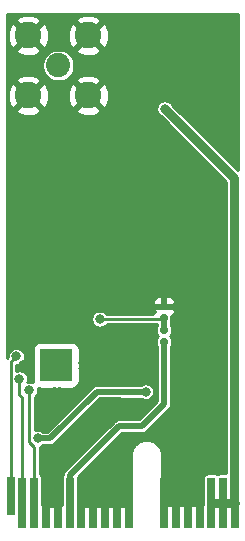
<source format=gbr>
%TF.GenerationSoftware,KiCad,Pcbnew,5.1.6*%
%TF.CreationDate,2020-08-11T21:36:28+00:00*%
%TF.ProjectId,SoundCard,536f756e-6443-4617-9264-2e6b69636164,rev?*%
%TF.SameCoordinates,Original*%
%TF.FileFunction,Copper,L2,Bot*%
%TF.FilePolarity,Positive*%
%FSLAX46Y46*%
G04 Gerber Fmt 4.6, Leading zero omitted, Abs format (unit mm)*
G04 Created by KiCad (PCBNEW 5.1.6) date 2020-08-11 21:36:28*
%MOMM*%
%LPD*%
G01*
G04 APERTURE LIST*
%TA.AperFunction,Conductor*%
%ADD10R,2.700000X2.700000*%
%TD*%
%TA.AperFunction,ViaPad*%
%ADD11C,0.500000*%
%TD*%
%TA.AperFunction,ConnectorPad*%
%ADD12R,0.700000X3.200000*%
%TD*%
%TA.AperFunction,ConnectorPad*%
%ADD13R,0.700000X4.300000*%
%TD*%
%TA.AperFunction,ComponentPad*%
%ADD14C,2.050000*%
%TD*%
%TA.AperFunction,ComponentPad*%
%ADD15C,2.250000*%
%TD*%
%TA.AperFunction,ViaPad*%
%ADD16C,0.800000*%
%TD*%
%TA.AperFunction,Conductor*%
%ADD17C,0.750000*%
%TD*%
%TA.AperFunction,Conductor*%
%ADD18C,0.500000*%
%TD*%
%TA.AperFunction,Conductor*%
%ADD19C,0.250000*%
%TD*%
%TA.AperFunction,Conductor*%
%ADD20C,0.254000*%
%TD*%
G04 APERTURE END LIST*
D10*
%TO.N,GND*%
%TO.C,U3*%
X137309460Y-138718120D03*
D11*
X136209460Y-137618120D03*
X137309460Y-137618120D03*
X138409460Y-137618120D03*
X136209460Y-138718120D03*
X137309460Y-138718120D03*
X138409460Y-138718120D03*
X136209460Y-139818120D03*
X137309460Y-139818120D03*
X138409460Y-139818120D03*
%TD*%
D12*
%TO.P,P1,A1*%
%TO.N,/SHDNZ*%
X133451600Y-149818000D03*
D13*
%TO.P,P1,A2*%
%TO.N,/SCL*%
X134451600Y-150368000D03*
%TO.P,P1,A3*%
%TO.N,/SDA*%
X135451600Y-150368000D03*
%TO.P,P1,A4*%
%TO.N,GND*%
X136451600Y-150368000D03*
%TO.P,P1,A5*%
X137451600Y-150368000D03*
%TO.P,P1,A6*%
%TO.N,/PPS*%
X138451600Y-150368000D03*
%TO.P,P1,A7*%
%TO.N,GND*%
X139451600Y-150368000D03*
%TO.P,P1,A8*%
X140451600Y-150368000D03*
%TO.P,P1,A9*%
X141451600Y-150368000D03*
%TO.P,P1,A10*%
X142451600Y-150368000D03*
%TO.P,P1,A11*%
X143451600Y-150368000D03*
%TO.P,P1,A14*%
X148451600Y-150368000D03*
%TO.P,P1,A15*%
X149451600Y-150368000D03*
%TO.P,P1,A16*%
%TO.N,+24V*%
X150451600Y-150368000D03*
%TO.P,P1,A17*%
X151451600Y-150368000D03*
%TO.P,P1,A18*%
X152451600Y-150368000D03*
%TO.P,P1,A12*%
%TO.N,GND*%
X146451600Y-150368000D03*
%TO.P,P1,A13*%
X147451600Y-150368000D03*
%TD*%
D14*
%TO.P,J1,1*%
%TO.N,Net-(C9-Pad1)*%
X137505440Y-113350040D03*
D15*
%TO.P,J1,2*%
%TO.N,GND*%
X140045440Y-115890040D03*
X140045440Y-110810040D03*
X134965440Y-110810040D03*
X134965440Y-115890040D03*
%TD*%
%TO.P,R8,2*%
%TO.N,/PPS_ATT*%
%TA.AperFunction,SMDPad,CuDef*%
G36*
G01*
X146248340Y-134426320D02*
X146593340Y-134426320D01*
G75*
G02*
X146740840Y-134573820I0J-147500D01*
G01*
X146740840Y-134868820D01*
G75*
G02*
X146593340Y-135016320I-147500J0D01*
G01*
X146248340Y-135016320D01*
G75*
G02*
X146100840Y-134868820I0J147500D01*
G01*
X146100840Y-134573820D01*
G75*
G02*
X146248340Y-134426320I147500J0D01*
G01*
G37*
%TD.AperFunction*%
%TO.P,R8,1*%
%TO.N,GND*%
%TA.AperFunction,SMDPad,CuDef*%
G36*
G01*
X146248340Y-133456320D02*
X146593340Y-133456320D01*
G75*
G02*
X146740840Y-133603820I0J-147500D01*
G01*
X146740840Y-133898820D01*
G75*
G02*
X146593340Y-134046320I-147500J0D01*
G01*
X146248340Y-134046320D01*
G75*
G02*
X146100840Y-133898820I0J147500D01*
G01*
X146100840Y-133603820D01*
G75*
G02*
X146248340Y-133456320I147500J0D01*
G01*
G37*
%TD.AperFunction*%
%TD*%
%TO.P,R9,2*%
%TO.N,/PPS*%
%TA.AperFunction,SMDPad,CuDef*%
G36*
G01*
X146268660Y-136438000D02*
X146613660Y-136438000D01*
G75*
G02*
X146761160Y-136585500I0J-147500D01*
G01*
X146761160Y-136880500D01*
G75*
G02*
X146613660Y-137028000I-147500J0D01*
G01*
X146268660Y-137028000D01*
G75*
G02*
X146121160Y-136880500I0J147500D01*
G01*
X146121160Y-136585500D01*
G75*
G02*
X146268660Y-136438000I147500J0D01*
G01*
G37*
%TD.AperFunction*%
%TO.P,R9,1*%
%TO.N,/PPS_ATT*%
%TA.AperFunction,SMDPad,CuDef*%
G36*
G01*
X146268660Y-135468000D02*
X146613660Y-135468000D01*
G75*
G02*
X146761160Y-135615500I0J-147500D01*
G01*
X146761160Y-135910500D01*
G75*
G02*
X146613660Y-136058000I-147500J0D01*
G01*
X146268660Y-136058000D01*
G75*
G02*
X146121160Y-135910500I0J147500D01*
G01*
X146121160Y-135615500D01*
G75*
G02*
X146268660Y-135468000I147500J0D01*
G01*
G37*
%TD.AperFunction*%
%TD*%
D11*
%TO.N,GND*%
X150891240Y-136133840D03*
D16*
%TO.N,+24V*%
X146522440Y-117017800D03*
%TO.N,VDD*%
X144902200Y-140975360D03*
X135788400Y-144922240D03*
%TO.N,/PPS_ATT*%
X141010640Y-134823200D03*
%TO.N,/SDA*%
X135051800Y-140853160D03*
%TO.N,/SCL*%
X134203440Y-139877800D03*
%TO.N,/SHDNZ*%
X133944360Y-137967720D03*
D11*
%TO.N,GND*%
X148031200Y-147335240D03*
X148021040Y-144937480D03*
X143007080Y-144653000D03*
X145120360Y-142214600D03*
X141925040Y-143311880D03*
X140858240Y-142082520D03*
X139313920Y-144886680D03*
X141925040Y-147060920D03*
X136428480Y-146380200D03*
X136428480Y-145633440D03*
D16*
X134518400Y-138709400D03*
X135224520Y-136662160D03*
X139522200Y-140771880D03*
X139552680Y-136621520D03*
D11*
X141152880Y-135849360D03*
X144312640Y-135422640D03*
X145608040Y-135422640D03*
X145597880Y-134223760D03*
X145638520Y-139740640D03*
X141818360Y-134340600D03*
X144983200Y-135412480D03*
X144942560Y-134213600D03*
X144302480Y-134213600D03*
X143687800Y-135427720D03*
X143672560Y-134208520D03*
X141823440Y-135432800D03*
X147314920Y-134604760D03*
X147314920Y-135366760D03*
X147314920Y-136215120D03*
X145602960Y-136204960D03*
X145592800Y-136931400D03*
X145618200Y-137637520D03*
X145613120Y-138374120D03*
X145633440Y-139039600D03*
X147325080Y-133731000D03*
X146441160Y-132821680D03*
X144139920Y-144642840D03*
X142321280Y-145308320D03*
X144256760Y-143017240D03*
X143139160Y-143062960D03*
X140563600Y-144749520D03*
X141051280Y-146624040D03*
X139039600Y-146283680D03*
X139816840Y-147726400D03*
X138160760Y-147299680D03*
X137627360Y-146573240D03*
X136428480Y-147142200D03*
X136799320Y-147706080D03*
X136585960Y-142585440D03*
X136652000Y-134940040D03*
X134040880Y-134960360D03*
X134025640Y-131754880D03*
X134061200Y-129092960D03*
X134045960Y-126608840D03*
X134061200Y-124200920D03*
X134045960Y-122082560D03*
X134061200Y-120106440D03*
X134061200Y-117947440D03*
X135859520Y-125379480D03*
X135834120Y-122925840D03*
X135778240Y-120944640D03*
X135727440Y-118938040D03*
X139385040Y-119430800D03*
X141376400Y-117983000D03*
X141406880Y-120761760D03*
X143337280Y-119425720D03*
X143388080Y-116794280D03*
X143362680Y-114731800D03*
X144851120Y-115564920D03*
X144952720Y-117911880D03*
X148976080Y-111490760D03*
X147721320Y-109529880D03*
X152156160Y-109494320D03*
X149951440Y-109540040D03*
X142539720Y-109519720D03*
X142529560Y-111612680D03*
X149037040Y-115270280D03*
X148930360Y-120782080D03*
X146954240Y-119385080D03*
X151048720Y-119237760D03*
X151104600Y-116575840D03*
X148899880Y-123642120D03*
X146908520Y-122031760D03*
X141142720Y-123169680D03*
X143301720Y-123139200D03*
X144592040Y-124327920D03*
X145775680Y-125562360D03*
X145882360Y-127492760D03*
X145872200Y-129346960D03*
X143764000Y-128036320D03*
X143784320Y-126380240D03*
X142356840Y-125079760D03*
X140533120Y-124952760D03*
X141676120Y-126979680D03*
X140512800Y-126969520D03*
X140512800Y-129387600D03*
X141752320Y-128437640D03*
X141782800Y-130291840D03*
X142758160Y-132511800D03*
X141813280Y-131582160D03*
X138678920Y-129463800D03*
X138663680Y-127838200D03*
X140522960Y-128066800D03*
X137546080Y-127980440D03*
X136550400Y-129219960D03*
X137038080Y-130545840D03*
X137815320Y-131622800D03*
X138242040Y-130520440D03*
X148920200Y-126486920D03*
X148920200Y-129143760D03*
X149433280Y-131521200D03*
X149499320Y-133410960D03*
X149473920Y-135453120D03*
X149407880Y-138729720D03*
X148727160Y-139948920D03*
X148711920Y-143591280D03*
X149407880Y-147335240D03*
X146674840Y-147365720D03*
X147340320Y-146070320D03*
X148757640Y-146055080D03*
X146298920Y-145069560D03*
X150901400Y-125023880D03*
X150881080Y-127741680D03*
X150916640Y-130352800D03*
X150916640Y-134172960D03*
X151155400Y-143885920D03*
X151368760Y-147507960D03*
X151043640Y-145481040D03*
X149179280Y-144592040D03*
X145059400Y-120731280D03*
X149057360Y-117952520D03*
X152318720Y-120416320D03*
X138475720Y-121975880D03*
X137703560Y-129184400D03*
%TD*%
D17*
%TO.N,+24V*%
X150451600Y-150368000D02*
X151451600Y-150368000D01*
X151451600Y-150368000D02*
X152451600Y-150368000D01*
X152400000Y-122956320D02*
X152400000Y-150322280D01*
D18*
X152400000Y-122895360D02*
X152400000Y-122956320D01*
D17*
X146522440Y-117017800D02*
X152400000Y-122895360D01*
D18*
%TO.N,GND*%
X147451600Y-150368000D02*
X148451600Y-150368000D01*
%TO.N,VDD*%
X140741400Y-140980160D02*
X136794520Y-144927040D01*
X144902200Y-140975360D02*
X140741400Y-140954760D01*
X136789720Y-144922240D02*
X136794520Y-144927040D01*
X135788400Y-144922240D02*
X136789720Y-144922240D01*
%TO.N,/PPS_ATT*%
X146441160Y-134741640D02*
X146420840Y-134721320D01*
X146441160Y-135763000D02*
X146441160Y-134741640D01*
D19*
X146360160Y-134660640D02*
X146420840Y-134721320D01*
X141056360Y-134813040D02*
X146344920Y-134813040D01*
D18*
%TO.N,/PPS*%
X138451600Y-148057998D02*
X142618598Y-143891000D01*
X138451600Y-150368000D02*
X138451600Y-148057998D01*
X142618598Y-143891000D02*
X144576800Y-143891000D01*
X146441160Y-142026640D02*
X146441160Y-136733000D01*
X144576800Y-143891000D02*
X146441160Y-142026640D01*
D19*
%TO.N,/SDA*%
X135451600Y-145658442D02*
X135451600Y-150368000D01*
X135051800Y-145258642D02*
X135451600Y-145658442D01*
X135051800Y-140853160D02*
X135051800Y-145258642D01*
%TO.N,/SCL*%
X134228840Y-150145240D02*
X134451600Y-150368000D01*
X134203440Y-139877800D02*
X134203440Y-141208760D01*
X134451600Y-141456920D02*
X134451600Y-150368000D01*
X134203440Y-141208760D02*
X134451600Y-141456920D01*
%TO.N,/SHDNZ*%
X133451600Y-138460480D02*
X133944360Y-137967720D01*
X133451600Y-149818000D02*
X133451600Y-138460480D01*
D17*
%TO.N,GND*%
X142451600Y-150368000D02*
X143376590Y-150368000D01*
X142451600Y-150368000D02*
X141451600Y-150368000D01*
X141451600Y-150368000D02*
X140451600Y-150368000D01*
X140451600Y-150368000D02*
X139451600Y-150368000D01*
X137451600Y-150368000D02*
X136451600Y-150368000D01*
%TD*%
D20*
%TO.N,GND*%
G36*
X152724041Y-122226624D02*
G01*
X147158334Y-116660917D01*
X147087138Y-116554364D01*
X146985876Y-116453102D01*
X146866804Y-116373541D01*
X146734498Y-116318738D01*
X146594043Y-116290800D01*
X146450837Y-116290800D01*
X146310382Y-116318738D01*
X146178076Y-116373541D01*
X146059004Y-116453102D01*
X145957742Y-116554364D01*
X145878181Y-116673436D01*
X145823378Y-116805742D01*
X145795440Y-116946197D01*
X145795440Y-117089403D01*
X145823378Y-117229858D01*
X145878181Y-117362164D01*
X145957742Y-117481236D01*
X146059004Y-117582498D01*
X146165557Y-117653694D01*
X151698000Y-123186137D01*
X151698001Y-147889418D01*
X151101600Y-147889418D01*
X151037497Y-147895732D01*
X150975857Y-147914430D01*
X150951600Y-147927396D01*
X150927343Y-147914430D01*
X150865703Y-147895732D01*
X150801600Y-147889418D01*
X150101600Y-147889418D01*
X150037497Y-147895732D01*
X149975857Y-147914430D01*
X149919050Y-147944794D01*
X149869257Y-147985657D01*
X149828394Y-148035450D01*
X149798030Y-148092257D01*
X149779332Y-148153897D01*
X149773018Y-148218000D01*
X149773018Y-150186672D01*
X149759758Y-150230384D01*
X149746204Y-150368000D01*
X149759758Y-150505616D01*
X149773018Y-150549328D01*
X149773018Y-150586440D01*
X146278600Y-150586440D01*
X146278600Y-146349481D01*
X146276707Y-146330263D01*
X146276707Y-146317947D01*
X146276157Y-146312712D01*
X146255491Y-146128461D01*
X146248384Y-146095028D01*
X146241750Y-146061521D01*
X146240193Y-146056492D01*
X146184132Y-145879763D01*
X146170678Y-145848372D01*
X146157650Y-145816765D01*
X146155147Y-145812134D01*
X146065825Y-145649660D01*
X146046530Y-145621480D01*
X146027611Y-145593005D01*
X146024256Y-145588949D01*
X145905078Y-145446919D01*
X145880651Y-145422999D01*
X145856589Y-145398768D01*
X145852509Y-145395440D01*
X145708015Y-145279264D01*
X145679444Y-145260568D01*
X145651096Y-145241447D01*
X145646448Y-145238976D01*
X145482139Y-145153077D01*
X145450472Y-145140282D01*
X145418957Y-145127035D01*
X145413918Y-145125513D01*
X145236054Y-145073166D01*
X145202506Y-145066766D01*
X145169020Y-145059893D01*
X145163781Y-145059379D01*
X144979137Y-145042575D01*
X144944968Y-145042813D01*
X144910799Y-145042575D01*
X144905560Y-145043088D01*
X144721168Y-145062469D01*
X144687694Y-145069340D01*
X144654135Y-145075742D01*
X144649102Y-145077262D01*
X144649093Y-145077264D01*
X144649085Y-145077268D01*
X144471979Y-145132090D01*
X144440513Y-145145317D01*
X144408798Y-145158131D01*
X144404150Y-145160602D01*
X144241057Y-145248786D01*
X144212746Y-145267882D01*
X144184137Y-145286604D01*
X144180057Y-145289931D01*
X144037198Y-145408115D01*
X144013115Y-145432368D01*
X143988710Y-145456267D01*
X143985354Y-145460322D01*
X143868171Y-145604002D01*
X143849242Y-145632492D01*
X143829958Y-145660656D01*
X143827454Y-145665286D01*
X143740410Y-145828991D01*
X143727378Y-145860610D01*
X143713928Y-145891991D01*
X143712371Y-145897019D01*
X143658783Y-146074513D01*
X143652144Y-146108042D01*
X143645043Y-146141452D01*
X143644492Y-146146687D01*
X143626399Y-146331211D01*
X143626399Y-146331216D01*
X143624600Y-146349482D01*
X143624601Y-150586440D01*
X139130182Y-150586440D01*
X139130182Y-148218000D01*
X139128157Y-148197442D01*
X142857600Y-144468000D01*
X144548469Y-144468000D01*
X144576800Y-144470790D01*
X144605131Y-144468000D01*
X144605136Y-144468000D01*
X144634845Y-144465074D01*
X144689911Y-144459651D01*
X144734570Y-144446103D01*
X144798676Y-144426657D01*
X144898915Y-144373079D01*
X144986774Y-144300974D01*
X145004839Y-144278962D01*
X146829128Y-142454674D01*
X146851134Y-142436614D01*
X146923239Y-142348755D01*
X146976817Y-142248516D01*
X147009810Y-142139752D01*
X147018160Y-142054976D01*
X147018160Y-142054970D01*
X147020950Y-142026641D01*
X147018160Y-141998312D01*
X147018160Y-137128810D01*
X147053502Y-137062689D01*
X147080594Y-136973379D01*
X147089742Y-136880500D01*
X147089742Y-136585500D01*
X147080594Y-136492621D01*
X147053502Y-136403311D01*
X147009508Y-136321003D01*
X146950301Y-136248859D01*
X146949254Y-136248000D01*
X146950301Y-136247141D01*
X147009508Y-136174997D01*
X147053502Y-136092689D01*
X147080594Y-136003379D01*
X147089742Y-135910500D01*
X147089742Y-135615500D01*
X147080594Y-135522621D01*
X147053502Y-135433311D01*
X147018160Y-135367190D01*
X147018160Y-135079114D01*
X147033182Y-135051009D01*
X147060274Y-134961699D01*
X147069422Y-134868820D01*
X147069422Y-134590707D01*
X147095334Y-134576857D01*
X147192025Y-134497505D01*
X147271377Y-134400814D01*
X147330342Y-134290500D01*
X147366652Y-134170802D01*
X147378912Y-134046320D01*
X147375840Y-134037070D01*
X147217090Y-133878320D01*
X146547840Y-133878320D01*
X146547840Y-133898320D01*
X146293840Y-133898320D01*
X146293840Y-133878320D01*
X145624590Y-133878320D01*
X145465840Y-134037070D01*
X145462768Y-134046320D01*
X145475028Y-134170802D01*
X145511338Y-134290500D01*
X145549043Y-134361040D01*
X141576191Y-134361040D01*
X141575338Y-134359764D01*
X141474076Y-134258502D01*
X141355004Y-134178941D01*
X141222698Y-134124138D01*
X141082243Y-134096200D01*
X140939037Y-134096200D01*
X140798582Y-134124138D01*
X140666276Y-134178941D01*
X140547204Y-134258502D01*
X140445942Y-134359764D01*
X140366381Y-134478836D01*
X140311578Y-134611142D01*
X140283640Y-134751597D01*
X140283640Y-134894803D01*
X140311578Y-135035258D01*
X140366381Y-135167564D01*
X140445942Y-135286636D01*
X140547204Y-135387898D01*
X140666276Y-135467459D01*
X140798582Y-135522262D01*
X140939037Y-135550200D01*
X141082243Y-135550200D01*
X141222698Y-135522262D01*
X141355004Y-135467459D01*
X141474076Y-135387898D01*
X141575338Y-135286636D01*
X141589768Y-135265040D01*
X145864160Y-135265040D01*
X145864160Y-135367189D01*
X145828818Y-135433311D01*
X145801726Y-135522621D01*
X145792578Y-135615500D01*
X145792578Y-135910500D01*
X145801726Y-136003379D01*
X145828818Y-136092689D01*
X145872812Y-136174997D01*
X145932019Y-136247141D01*
X145933066Y-136248000D01*
X145932019Y-136248859D01*
X145872812Y-136321003D01*
X145828818Y-136403311D01*
X145801726Y-136492621D01*
X145792578Y-136585500D01*
X145792578Y-136880500D01*
X145801726Y-136973379D01*
X145828818Y-137062689D01*
X145864161Y-137128812D01*
X145864160Y-141787638D01*
X144337799Y-143314000D01*
X142646926Y-143314000D01*
X142618597Y-143311210D01*
X142590268Y-143314000D01*
X142590262Y-143314000D01*
X142505486Y-143322350D01*
X142396722Y-143355343D01*
X142296483Y-143408921D01*
X142250578Y-143446595D01*
X142230633Y-143462963D01*
X142230631Y-143462965D01*
X142208624Y-143481026D01*
X142190563Y-143503033D01*
X138063634Y-147629963D01*
X138041627Y-147648024D01*
X138023566Y-147670031D01*
X138023563Y-147670034D01*
X138000440Y-147698210D01*
X137969522Y-147735883D01*
X137915944Y-147836122D01*
X137882949Y-147944887D01*
X137879785Y-147977017D01*
X137869257Y-147985657D01*
X137828394Y-148035450D01*
X137798030Y-148092257D01*
X137779332Y-148153897D01*
X137773018Y-148218000D01*
X137773018Y-150586440D01*
X136130182Y-150586440D01*
X136130182Y-148218000D01*
X136123868Y-148153897D01*
X136105170Y-148092257D01*
X136074806Y-148035450D01*
X136033943Y-147985657D01*
X135984150Y-147944794D01*
X135927343Y-147914430D01*
X135903600Y-147907228D01*
X135903600Y-145680647D01*
X135905787Y-145658442D01*
X135904018Y-145640485D01*
X136000458Y-145621302D01*
X136132764Y-145566499D01*
X136233425Y-145499240D01*
X136717447Y-145499240D01*
X136784379Y-145505831D01*
X136794519Y-145506830D01*
X136794520Y-145506830D01*
X136907631Y-145495691D01*
X137016396Y-145462696D01*
X137116634Y-145409118D01*
X137182484Y-145355077D01*
X137182493Y-145355068D01*
X137204493Y-145337013D01*
X137222548Y-145315013D01*
X141004493Y-141533069D01*
X144453863Y-141550147D01*
X144557836Y-141619619D01*
X144690142Y-141674422D01*
X144830597Y-141702360D01*
X144973803Y-141702360D01*
X145114258Y-141674422D01*
X145246564Y-141619619D01*
X145365636Y-141540058D01*
X145466898Y-141438796D01*
X145546459Y-141319724D01*
X145601262Y-141187418D01*
X145629200Y-141046963D01*
X145629200Y-140903757D01*
X145601262Y-140763302D01*
X145546459Y-140630996D01*
X145466898Y-140511924D01*
X145365636Y-140410662D01*
X145246564Y-140331101D01*
X145114258Y-140276298D01*
X144973803Y-140248360D01*
X144830597Y-140248360D01*
X144690142Y-140276298D01*
X144557836Y-140331101D01*
X144460458Y-140396166D01*
X140715922Y-140377627D01*
X140631105Y-140385557D01*
X140522179Y-140418012D01*
X140421676Y-140471093D01*
X140333461Y-140542762D01*
X140260922Y-140630263D01*
X140243989Y-140661569D01*
X136560319Y-144345240D01*
X136233425Y-144345240D01*
X136132764Y-144277981D01*
X136000458Y-144223178D01*
X135860003Y-144195240D01*
X135716797Y-144195240D01*
X135576342Y-144223178D01*
X135503800Y-144253226D01*
X135503800Y-141425499D01*
X135515236Y-141417858D01*
X135616498Y-141316596D01*
X135696059Y-141197524D01*
X135750862Y-141065218D01*
X135778800Y-140924763D01*
X135778800Y-140781557D01*
X135756644Y-140670170D01*
X135834978Y-140693932D01*
X135959460Y-140706192D01*
X137023710Y-140703120D01*
X137056566Y-140670264D01*
X137182458Y-140695134D01*
X137182458Y-140703120D01*
X137222886Y-140703120D01*
X137223458Y-140703233D01*
X137309481Y-140703120D01*
X137436462Y-140703120D01*
X137436462Y-140695258D01*
X137562171Y-140670081D01*
X137595210Y-140703120D01*
X138659460Y-140706192D01*
X138783942Y-140693932D01*
X138903640Y-140657622D01*
X139013954Y-140598657D01*
X139110645Y-140519305D01*
X139189997Y-140422614D01*
X139248962Y-140312300D01*
X139285272Y-140192602D01*
X139297532Y-140068120D01*
X139294460Y-139003870D01*
X139261604Y-138971014D01*
X139286474Y-138845122D01*
X139294460Y-138845122D01*
X139294460Y-138804694D01*
X139294573Y-138804122D01*
X139294460Y-138718099D01*
X139294460Y-138591118D01*
X139286598Y-138591118D01*
X139261421Y-138465409D01*
X139294460Y-138432370D01*
X139297532Y-137368120D01*
X139285272Y-137243638D01*
X139248962Y-137123940D01*
X139189997Y-137013626D01*
X139110645Y-136916935D01*
X139013954Y-136837583D01*
X138903640Y-136778618D01*
X138783942Y-136742308D01*
X138659460Y-136730048D01*
X137595210Y-136733120D01*
X137562354Y-136765976D01*
X137436462Y-136741106D01*
X137436462Y-136733120D01*
X137396034Y-136733120D01*
X137395462Y-136733007D01*
X137309439Y-136733120D01*
X137182458Y-136733120D01*
X137182458Y-136740982D01*
X137056749Y-136766159D01*
X137023710Y-136733120D01*
X135959460Y-136730048D01*
X135834978Y-136742308D01*
X135715280Y-136778618D01*
X135604966Y-136837583D01*
X135508275Y-136916935D01*
X135428923Y-137013626D01*
X135369958Y-137123940D01*
X135333648Y-137243638D01*
X135321388Y-137368120D01*
X135324460Y-138432370D01*
X135357316Y-138465226D01*
X135332446Y-138591118D01*
X135324460Y-138591118D01*
X135324460Y-138631546D01*
X135324347Y-138632118D01*
X135324460Y-138718120D01*
X135324460Y-138845122D01*
X135332322Y-138845122D01*
X135357499Y-138970831D01*
X135324460Y-139003870D01*
X135321388Y-140068120D01*
X135332663Y-140182598D01*
X135263858Y-140154098D01*
X135123403Y-140126160D01*
X134980197Y-140126160D01*
X134879139Y-140146262D01*
X134902502Y-140089858D01*
X134930440Y-139949403D01*
X134930440Y-139806197D01*
X134902502Y-139665742D01*
X134847699Y-139533436D01*
X134768138Y-139414364D01*
X134666876Y-139313102D01*
X134547804Y-139233541D01*
X134415498Y-139178738D01*
X134275043Y-139150800D01*
X134131837Y-139150800D01*
X133991382Y-139178738D01*
X133903600Y-139215099D01*
X133903600Y-138694720D01*
X134015963Y-138694720D01*
X134156418Y-138666782D01*
X134288724Y-138611979D01*
X134407796Y-138532418D01*
X134509058Y-138431156D01*
X134588619Y-138312084D01*
X134643422Y-138179778D01*
X134671360Y-138039323D01*
X134671360Y-137896117D01*
X134643422Y-137755662D01*
X134588619Y-137623356D01*
X134509058Y-137504284D01*
X134407796Y-137403022D01*
X134288724Y-137323461D01*
X134156418Y-137268658D01*
X134015963Y-137240720D01*
X133872757Y-137240720D01*
X133732302Y-137268658D01*
X133599996Y-137323461D01*
X133480924Y-137403022D01*
X133379662Y-137504284D01*
X133300101Y-137623356D01*
X133245298Y-137755662D01*
X133217360Y-137896117D01*
X133217360Y-138039323D01*
X133220043Y-138052813D01*
X133178296Y-138094561D01*
X133178256Y-133456320D01*
X145462768Y-133456320D01*
X145465840Y-133465570D01*
X145624590Y-133624320D01*
X146293840Y-133624320D01*
X146293840Y-132980070D01*
X146547840Y-132980070D01*
X146547840Y-133624320D01*
X147217090Y-133624320D01*
X147375840Y-133465570D01*
X147378912Y-133456320D01*
X147366652Y-133331838D01*
X147330342Y-133212140D01*
X147271377Y-133101826D01*
X147192025Y-133005135D01*
X147095334Y-132925783D01*
X146985020Y-132866818D01*
X146865322Y-132830508D01*
X146740840Y-132818248D01*
X146706590Y-132821320D01*
X146547840Y-132980070D01*
X146293840Y-132980070D01*
X146135090Y-132821320D01*
X146100840Y-132818248D01*
X145976358Y-132830508D01*
X145856660Y-132866818D01*
X145746346Y-132925783D01*
X145649655Y-133005135D01*
X145570303Y-133101826D01*
X145511338Y-133212140D01*
X145475028Y-133331838D01*
X145462768Y-133456320D01*
X133178256Y-133456320D01*
X133178114Y-117114571D01*
X133920514Y-117114571D01*
X134031361Y-117391754D01*
X134342280Y-117545129D01*
X134677145Y-117634900D01*
X135023090Y-117657616D01*
X135366820Y-117612406D01*
X135695125Y-117501006D01*
X135899519Y-117391754D01*
X136010366Y-117114571D01*
X139000514Y-117114571D01*
X139111361Y-117391754D01*
X139422280Y-117545129D01*
X139757145Y-117634900D01*
X140103090Y-117657616D01*
X140446820Y-117612406D01*
X140775125Y-117501006D01*
X140979519Y-117391754D01*
X141090366Y-117114571D01*
X140045440Y-116069645D01*
X139000514Y-117114571D01*
X136010366Y-117114571D01*
X134965440Y-116069645D01*
X133920514Y-117114571D01*
X133178114Y-117114571D01*
X133178103Y-115947690D01*
X133197864Y-115947690D01*
X133243074Y-116291420D01*
X133354474Y-116619725D01*
X133463726Y-116824119D01*
X133740909Y-116934966D01*
X134785835Y-115890040D01*
X135145045Y-115890040D01*
X136189971Y-116934966D01*
X136467154Y-116824119D01*
X136620529Y-116513200D01*
X136710300Y-116178335D01*
X136725444Y-115947690D01*
X138277864Y-115947690D01*
X138323074Y-116291420D01*
X138434474Y-116619725D01*
X138543726Y-116824119D01*
X138820909Y-116934966D01*
X139865835Y-115890040D01*
X140225045Y-115890040D01*
X141269971Y-116934966D01*
X141547154Y-116824119D01*
X141700529Y-116513200D01*
X141790300Y-116178335D01*
X141813016Y-115832390D01*
X141767806Y-115488660D01*
X141656406Y-115160355D01*
X141547154Y-114955961D01*
X141269971Y-114845114D01*
X140225045Y-115890040D01*
X139865835Y-115890040D01*
X138820909Y-114845114D01*
X138543726Y-114955961D01*
X138390351Y-115266880D01*
X138300580Y-115601745D01*
X138277864Y-115947690D01*
X136725444Y-115947690D01*
X136733016Y-115832390D01*
X136687806Y-115488660D01*
X136576406Y-115160355D01*
X136467154Y-114955961D01*
X136189971Y-114845114D01*
X135145045Y-115890040D01*
X134785835Y-115890040D01*
X133740909Y-114845114D01*
X133463726Y-114955961D01*
X133310351Y-115266880D01*
X133220580Y-115601745D01*
X133197864Y-115947690D01*
X133178103Y-115947690D01*
X133178092Y-114665509D01*
X133920514Y-114665509D01*
X134965440Y-115710435D01*
X136010366Y-114665509D01*
X135899519Y-114388326D01*
X135588600Y-114234951D01*
X135253735Y-114145180D01*
X134907790Y-114122464D01*
X134564060Y-114167674D01*
X134235755Y-114279074D01*
X134031361Y-114388326D01*
X133920514Y-114665509D01*
X133178092Y-114665509D01*
X133178080Y-113216880D01*
X136153440Y-113216880D01*
X136153440Y-113483200D01*
X136205396Y-113744404D01*
X136307313Y-113990452D01*
X136455273Y-114211890D01*
X136643590Y-114400207D01*
X136865028Y-114548167D01*
X137111076Y-114650084D01*
X137372280Y-114702040D01*
X137638600Y-114702040D01*
X137822256Y-114665509D01*
X139000514Y-114665509D01*
X140045440Y-115710435D01*
X141090366Y-114665509D01*
X140979519Y-114388326D01*
X140668600Y-114234951D01*
X140333735Y-114145180D01*
X139987790Y-114122464D01*
X139644060Y-114167674D01*
X139315755Y-114279074D01*
X139111361Y-114388326D01*
X139000514Y-114665509D01*
X137822256Y-114665509D01*
X137899804Y-114650084D01*
X138145852Y-114548167D01*
X138367290Y-114400207D01*
X138555607Y-114211890D01*
X138703567Y-113990452D01*
X138805484Y-113744404D01*
X138857440Y-113483200D01*
X138857440Y-113216880D01*
X138805484Y-112955676D01*
X138703567Y-112709628D01*
X138555607Y-112488190D01*
X138367290Y-112299873D01*
X138145852Y-112151913D01*
X137899804Y-112049996D01*
X137822257Y-112034571D01*
X139000514Y-112034571D01*
X139111361Y-112311754D01*
X139422280Y-112465129D01*
X139757145Y-112554900D01*
X140103090Y-112577616D01*
X140446820Y-112532406D01*
X140775125Y-112421006D01*
X140979519Y-112311754D01*
X141090366Y-112034571D01*
X140045440Y-110989645D01*
X139000514Y-112034571D01*
X137822257Y-112034571D01*
X137638600Y-111998040D01*
X137372280Y-111998040D01*
X137111076Y-112049996D01*
X136865028Y-112151913D01*
X136643590Y-112299873D01*
X136455273Y-112488190D01*
X136307313Y-112709628D01*
X136205396Y-112955676D01*
X136153440Y-113216880D01*
X133178080Y-113216880D01*
X133178070Y-112034571D01*
X133920514Y-112034571D01*
X134031361Y-112311754D01*
X134342280Y-112465129D01*
X134677145Y-112554900D01*
X135023090Y-112577616D01*
X135366820Y-112532406D01*
X135695125Y-112421006D01*
X135899519Y-112311754D01*
X136010366Y-112034571D01*
X134965440Y-110989645D01*
X133920514Y-112034571D01*
X133178070Y-112034571D01*
X133178059Y-110867690D01*
X133197864Y-110867690D01*
X133243074Y-111211420D01*
X133354474Y-111539725D01*
X133463726Y-111744119D01*
X133740909Y-111854966D01*
X134785835Y-110810040D01*
X135145045Y-110810040D01*
X136189971Y-111854966D01*
X136467154Y-111744119D01*
X136620529Y-111433200D01*
X136710300Y-111098335D01*
X136725444Y-110867690D01*
X138277864Y-110867690D01*
X138323074Y-111211420D01*
X138434474Y-111539725D01*
X138543726Y-111744119D01*
X138820909Y-111854966D01*
X139865835Y-110810040D01*
X140225045Y-110810040D01*
X141269971Y-111854966D01*
X141547154Y-111744119D01*
X141700529Y-111433200D01*
X141790300Y-111098335D01*
X141813016Y-110752390D01*
X141767806Y-110408660D01*
X141656406Y-110080355D01*
X141547154Y-109875961D01*
X141269971Y-109765114D01*
X140225045Y-110810040D01*
X139865835Y-110810040D01*
X138820909Y-109765114D01*
X138543726Y-109875961D01*
X138390351Y-110186880D01*
X138300580Y-110521745D01*
X138277864Y-110867690D01*
X136725444Y-110867690D01*
X136733016Y-110752390D01*
X136687806Y-110408660D01*
X136576406Y-110080355D01*
X136467154Y-109875961D01*
X136189971Y-109765114D01*
X135145045Y-110810040D01*
X134785835Y-110810040D01*
X133740909Y-109765114D01*
X133463726Y-109875961D01*
X133310351Y-110186880D01*
X133220580Y-110521745D01*
X133197864Y-110867690D01*
X133178059Y-110867690D01*
X133178048Y-109585509D01*
X133920514Y-109585509D01*
X134965440Y-110630435D01*
X136010366Y-109585509D01*
X139000514Y-109585509D01*
X140045440Y-110630435D01*
X141090366Y-109585509D01*
X140979519Y-109308326D01*
X140668600Y-109154951D01*
X140333735Y-109065180D01*
X139987790Y-109042464D01*
X139644060Y-109087674D01*
X139315755Y-109199074D01*
X139111361Y-109308326D01*
X139000514Y-109585509D01*
X136010366Y-109585509D01*
X135899519Y-109308326D01*
X135588600Y-109154951D01*
X135253735Y-109065180D01*
X134907790Y-109042464D01*
X134564060Y-109087674D01*
X134235755Y-109199074D01*
X134031361Y-109308326D01*
X133920514Y-109585509D01*
X133178048Y-109585509D01*
X133178042Y-108982320D01*
X152724041Y-108982320D01*
X152724041Y-122226624D01*
G37*
X152724041Y-122226624D02*
X147158334Y-116660917D01*
X147087138Y-116554364D01*
X146985876Y-116453102D01*
X146866804Y-116373541D01*
X146734498Y-116318738D01*
X146594043Y-116290800D01*
X146450837Y-116290800D01*
X146310382Y-116318738D01*
X146178076Y-116373541D01*
X146059004Y-116453102D01*
X145957742Y-116554364D01*
X145878181Y-116673436D01*
X145823378Y-116805742D01*
X145795440Y-116946197D01*
X145795440Y-117089403D01*
X145823378Y-117229858D01*
X145878181Y-117362164D01*
X145957742Y-117481236D01*
X146059004Y-117582498D01*
X146165557Y-117653694D01*
X151698000Y-123186137D01*
X151698001Y-147889418D01*
X151101600Y-147889418D01*
X151037497Y-147895732D01*
X150975857Y-147914430D01*
X150951600Y-147927396D01*
X150927343Y-147914430D01*
X150865703Y-147895732D01*
X150801600Y-147889418D01*
X150101600Y-147889418D01*
X150037497Y-147895732D01*
X149975857Y-147914430D01*
X149919050Y-147944794D01*
X149869257Y-147985657D01*
X149828394Y-148035450D01*
X149798030Y-148092257D01*
X149779332Y-148153897D01*
X149773018Y-148218000D01*
X149773018Y-150186672D01*
X149759758Y-150230384D01*
X149746204Y-150368000D01*
X149759758Y-150505616D01*
X149773018Y-150549328D01*
X149773018Y-150586440D01*
X146278600Y-150586440D01*
X146278600Y-146349481D01*
X146276707Y-146330263D01*
X146276707Y-146317947D01*
X146276157Y-146312712D01*
X146255491Y-146128461D01*
X146248384Y-146095028D01*
X146241750Y-146061521D01*
X146240193Y-146056492D01*
X146184132Y-145879763D01*
X146170678Y-145848372D01*
X146157650Y-145816765D01*
X146155147Y-145812134D01*
X146065825Y-145649660D01*
X146046530Y-145621480D01*
X146027611Y-145593005D01*
X146024256Y-145588949D01*
X145905078Y-145446919D01*
X145880651Y-145422999D01*
X145856589Y-145398768D01*
X145852509Y-145395440D01*
X145708015Y-145279264D01*
X145679444Y-145260568D01*
X145651096Y-145241447D01*
X145646448Y-145238976D01*
X145482139Y-145153077D01*
X145450472Y-145140282D01*
X145418957Y-145127035D01*
X145413918Y-145125513D01*
X145236054Y-145073166D01*
X145202506Y-145066766D01*
X145169020Y-145059893D01*
X145163781Y-145059379D01*
X144979137Y-145042575D01*
X144944968Y-145042813D01*
X144910799Y-145042575D01*
X144905560Y-145043088D01*
X144721168Y-145062469D01*
X144687694Y-145069340D01*
X144654135Y-145075742D01*
X144649102Y-145077262D01*
X144649093Y-145077264D01*
X144649085Y-145077268D01*
X144471979Y-145132090D01*
X144440513Y-145145317D01*
X144408798Y-145158131D01*
X144404150Y-145160602D01*
X144241057Y-145248786D01*
X144212746Y-145267882D01*
X144184137Y-145286604D01*
X144180057Y-145289931D01*
X144037198Y-145408115D01*
X144013115Y-145432368D01*
X143988710Y-145456267D01*
X143985354Y-145460322D01*
X143868171Y-145604002D01*
X143849242Y-145632492D01*
X143829958Y-145660656D01*
X143827454Y-145665286D01*
X143740410Y-145828991D01*
X143727378Y-145860610D01*
X143713928Y-145891991D01*
X143712371Y-145897019D01*
X143658783Y-146074513D01*
X143652144Y-146108042D01*
X143645043Y-146141452D01*
X143644492Y-146146687D01*
X143626399Y-146331211D01*
X143626399Y-146331216D01*
X143624600Y-146349482D01*
X143624601Y-150586440D01*
X139130182Y-150586440D01*
X139130182Y-148218000D01*
X139128157Y-148197442D01*
X142857600Y-144468000D01*
X144548469Y-144468000D01*
X144576800Y-144470790D01*
X144605131Y-144468000D01*
X144605136Y-144468000D01*
X144634845Y-144465074D01*
X144689911Y-144459651D01*
X144734570Y-144446103D01*
X144798676Y-144426657D01*
X144898915Y-144373079D01*
X144986774Y-144300974D01*
X145004839Y-144278962D01*
X146829128Y-142454674D01*
X146851134Y-142436614D01*
X146923239Y-142348755D01*
X146976817Y-142248516D01*
X147009810Y-142139752D01*
X147018160Y-142054976D01*
X147018160Y-142054970D01*
X147020950Y-142026641D01*
X147018160Y-141998312D01*
X147018160Y-137128810D01*
X147053502Y-137062689D01*
X147080594Y-136973379D01*
X147089742Y-136880500D01*
X147089742Y-136585500D01*
X147080594Y-136492621D01*
X147053502Y-136403311D01*
X147009508Y-136321003D01*
X146950301Y-136248859D01*
X146949254Y-136248000D01*
X146950301Y-136247141D01*
X147009508Y-136174997D01*
X147053502Y-136092689D01*
X147080594Y-136003379D01*
X147089742Y-135910500D01*
X147089742Y-135615500D01*
X147080594Y-135522621D01*
X147053502Y-135433311D01*
X147018160Y-135367190D01*
X147018160Y-135079114D01*
X147033182Y-135051009D01*
X147060274Y-134961699D01*
X147069422Y-134868820D01*
X147069422Y-134590707D01*
X147095334Y-134576857D01*
X147192025Y-134497505D01*
X147271377Y-134400814D01*
X147330342Y-134290500D01*
X147366652Y-134170802D01*
X147378912Y-134046320D01*
X147375840Y-134037070D01*
X147217090Y-133878320D01*
X146547840Y-133878320D01*
X146547840Y-133898320D01*
X146293840Y-133898320D01*
X146293840Y-133878320D01*
X145624590Y-133878320D01*
X145465840Y-134037070D01*
X145462768Y-134046320D01*
X145475028Y-134170802D01*
X145511338Y-134290500D01*
X145549043Y-134361040D01*
X141576191Y-134361040D01*
X141575338Y-134359764D01*
X141474076Y-134258502D01*
X141355004Y-134178941D01*
X141222698Y-134124138D01*
X141082243Y-134096200D01*
X140939037Y-134096200D01*
X140798582Y-134124138D01*
X140666276Y-134178941D01*
X140547204Y-134258502D01*
X140445942Y-134359764D01*
X140366381Y-134478836D01*
X140311578Y-134611142D01*
X140283640Y-134751597D01*
X140283640Y-134894803D01*
X140311578Y-135035258D01*
X140366381Y-135167564D01*
X140445942Y-135286636D01*
X140547204Y-135387898D01*
X140666276Y-135467459D01*
X140798582Y-135522262D01*
X140939037Y-135550200D01*
X141082243Y-135550200D01*
X141222698Y-135522262D01*
X141355004Y-135467459D01*
X141474076Y-135387898D01*
X141575338Y-135286636D01*
X141589768Y-135265040D01*
X145864160Y-135265040D01*
X145864160Y-135367189D01*
X145828818Y-135433311D01*
X145801726Y-135522621D01*
X145792578Y-135615500D01*
X145792578Y-135910500D01*
X145801726Y-136003379D01*
X145828818Y-136092689D01*
X145872812Y-136174997D01*
X145932019Y-136247141D01*
X145933066Y-136248000D01*
X145932019Y-136248859D01*
X145872812Y-136321003D01*
X145828818Y-136403311D01*
X145801726Y-136492621D01*
X145792578Y-136585500D01*
X145792578Y-136880500D01*
X145801726Y-136973379D01*
X145828818Y-137062689D01*
X145864161Y-137128812D01*
X145864160Y-141787638D01*
X144337799Y-143314000D01*
X142646926Y-143314000D01*
X142618597Y-143311210D01*
X142590268Y-143314000D01*
X142590262Y-143314000D01*
X142505486Y-143322350D01*
X142396722Y-143355343D01*
X142296483Y-143408921D01*
X142250578Y-143446595D01*
X142230633Y-143462963D01*
X142230631Y-143462965D01*
X142208624Y-143481026D01*
X142190563Y-143503033D01*
X138063634Y-147629963D01*
X138041627Y-147648024D01*
X138023566Y-147670031D01*
X138023563Y-147670034D01*
X138000440Y-147698210D01*
X137969522Y-147735883D01*
X137915944Y-147836122D01*
X137882949Y-147944887D01*
X137879785Y-147977017D01*
X137869257Y-147985657D01*
X137828394Y-148035450D01*
X137798030Y-148092257D01*
X137779332Y-148153897D01*
X137773018Y-148218000D01*
X137773018Y-150586440D01*
X136130182Y-150586440D01*
X136130182Y-148218000D01*
X136123868Y-148153897D01*
X136105170Y-148092257D01*
X136074806Y-148035450D01*
X136033943Y-147985657D01*
X135984150Y-147944794D01*
X135927343Y-147914430D01*
X135903600Y-147907228D01*
X135903600Y-145680647D01*
X135905787Y-145658442D01*
X135904018Y-145640485D01*
X136000458Y-145621302D01*
X136132764Y-145566499D01*
X136233425Y-145499240D01*
X136717447Y-145499240D01*
X136784379Y-145505831D01*
X136794519Y-145506830D01*
X136794520Y-145506830D01*
X136907631Y-145495691D01*
X137016396Y-145462696D01*
X137116634Y-145409118D01*
X137182484Y-145355077D01*
X137182493Y-145355068D01*
X137204493Y-145337013D01*
X137222548Y-145315013D01*
X141004493Y-141533069D01*
X144453863Y-141550147D01*
X144557836Y-141619619D01*
X144690142Y-141674422D01*
X144830597Y-141702360D01*
X144973803Y-141702360D01*
X145114258Y-141674422D01*
X145246564Y-141619619D01*
X145365636Y-141540058D01*
X145466898Y-141438796D01*
X145546459Y-141319724D01*
X145601262Y-141187418D01*
X145629200Y-141046963D01*
X145629200Y-140903757D01*
X145601262Y-140763302D01*
X145546459Y-140630996D01*
X145466898Y-140511924D01*
X145365636Y-140410662D01*
X145246564Y-140331101D01*
X145114258Y-140276298D01*
X144973803Y-140248360D01*
X144830597Y-140248360D01*
X144690142Y-140276298D01*
X144557836Y-140331101D01*
X144460458Y-140396166D01*
X140715922Y-140377627D01*
X140631105Y-140385557D01*
X140522179Y-140418012D01*
X140421676Y-140471093D01*
X140333461Y-140542762D01*
X140260922Y-140630263D01*
X140243989Y-140661569D01*
X136560319Y-144345240D01*
X136233425Y-144345240D01*
X136132764Y-144277981D01*
X136000458Y-144223178D01*
X135860003Y-144195240D01*
X135716797Y-144195240D01*
X135576342Y-144223178D01*
X135503800Y-144253226D01*
X135503800Y-141425499D01*
X135515236Y-141417858D01*
X135616498Y-141316596D01*
X135696059Y-141197524D01*
X135750862Y-141065218D01*
X135778800Y-140924763D01*
X135778800Y-140781557D01*
X135756644Y-140670170D01*
X135834978Y-140693932D01*
X135959460Y-140706192D01*
X137023710Y-140703120D01*
X137056566Y-140670264D01*
X137182458Y-140695134D01*
X137182458Y-140703120D01*
X137222886Y-140703120D01*
X137223458Y-140703233D01*
X137309481Y-140703120D01*
X137436462Y-140703120D01*
X137436462Y-140695258D01*
X137562171Y-140670081D01*
X137595210Y-140703120D01*
X138659460Y-140706192D01*
X138783942Y-140693932D01*
X138903640Y-140657622D01*
X139013954Y-140598657D01*
X139110645Y-140519305D01*
X139189997Y-140422614D01*
X139248962Y-140312300D01*
X139285272Y-140192602D01*
X139297532Y-140068120D01*
X139294460Y-139003870D01*
X139261604Y-138971014D01*
X139286474Y-138845122D01*
X139294460Y-138845122D01*
X139294460Y-138804694D01*
X139294573Y-138804122D01*
X139294460Y-138718099D01*
X139294460Y-138591118D01*
X139286598Y-138591118D01*
X139261421Y-138465409D01*
X139294460Y-138432370D01*
X139297532Y-137368120D01*
X139285272Y-137243638D01*
X139248962Y-137123940D01*
X139189997Y-137013626D01*
X139110645Y-136916935D01*
X139013954Y-136837583D01*
X138903640Y-136778618D01*
X138783942Y-136742308D01*
X138659460Y-136730048D01*
X137595210Y-136733120D01*
X137562354Y-136765976D01*
X137436462Y-136741106D01*
X137436462Y-136733120D01*
X137396034Y-136733120D01*
X137395462Y-136733007D01*
X137309439Y-136733120D01*
X137182458Y-136733120D01*
X137182458Y-136740982D01*
X137056749Y-136766159D01*
X137023710Y-136733120D01*
X135959460Y-136730048D01*
X135834978Y-136742308D01*
X135715280Y-136778618D01*
X135604966Y-136837583D01*
X135508275Y-136916935D01*
X135428923Y-137013626D01*
X135369958Y-137123940D01*
X135333648Y-137243638D01*
X135321388Y-137368120D01*
X135324460Y-138432370D01*
X135357316Y-138465226D01*
X135332446Y-138591118D01*
X135324460Y-138591118D01*
X135324460Y-138631546D01*
X135324347Y-138632118D01*
X135324460Y-138718120D01*
X135324460Y-138845122D01*
X135332322Y-138845122D01*
X135357499Y-138970831D01*
X135324460Y-139003870D01*
X135321388Y-140068120D01*
X135332663Y-140182598D01*
X135263858Y-140154098D01*
X135123403Y-140126160D01*
X134980197Y-140126160D01*
X134879139Y-140146262D01*
X134902502Y-140089858D01*
X134930440Y-139949403D01*
X134930440Y-139806197D01*
X134902502Y-139665742D01*
X134847699Y-139533436D01*
X134768138Y-139414364D01*
X134666876Y-139313102D01*
X134547804Y-139233541D01*
X134415498Y-139178738D01*
X134275043Y-139150800D01*
X134131837Y-139150800D01*
X133991382Y-139178738D01*
X133903600Y-139215099D01*
X133903600Y-138694720D01*
X134015963Y-138694720D01*
X134156418Y-138666782D01*
X134288724Y-138611979D01*
X134407796Y-138532418D01*
X134509058Y-138431156D01*
X134588619Y-138312084D01*
X134643422Y-138179778D01*
X134671360Y-138039323D01*
X134671360Y-137896117D01*
X134643422Y-137755662D01*
X134588619Y-137623356D01*
X134509058Y-137504284D01*
X134407796Y-137403022D01*
X134288724Y-137323461D01*
X134156418Y-137268658D01*
X134015963Y-137240720D01*
X133872757Y-137240720D01*
X133732302Y-137268658D01*
X133599996Y-137323461D01*
X133480924Y-137403022D01*
X133379662Y-137504284D01*
X133300101Y-137623356D01*
X133245298Y-137755662D01*
X133217360Y-137896117D01*
X133217360Y-138039323D01*
X133220043Y-138052813D01*
X133178296Y-138094561D01*
X133178256Y-133456320D01*
X145462768Y-133456320D01*
X145465840Y-133465570D01*
X145624590Y-133624320D01*
X146293840Y-133624320D01*
X146293840Y-132980070D01*
X146547840Y-132980070D01*
X146547840Y-133624320D01*
X147217090Y-133624320D01*
X147375840Y-133465570D01*
X147378912Y-133456320D01*
X147366652Y-133331838D01*
X147330342Y-133212140D01*
X147271377Y-133101826D01*
X147192025Y-133005135D01*
X147095334Y-132925783D01*
X146985020Y-132866818D01*
X146865322Y-132830508D01*
X146740840Y-132818248D01*
X146706590Y-132821320D01*
X146547840Y-132980070D01*
X146293840Y-132980070D01*
X146135090Y-132821320D01*
X146100840Y-132818248D01*
X145976358Y-132830508D01*
X145856660Y-132866818D01*
X145746346Y-132925783D01*
X145649655Y-133005135D01*
X145570303Y-133101826D01*
X145511338Y-133212140D01*
X145475028Y-133331838D01*
X145462768Y-133456320D01*
X133178256Y-133456320D01*
X133178114Y-117114571D01*
X133920514Y-117114571D01*
X134031361Y-117391754D01*
X134342280Y-117545129D01*
X134677145Y-117634900D01*
X135023090Y-117657616D01*
X135366820Y-117612406D01*
X135695125Y-117501006D01*
X135899519Y-117391754D01*
X136010366Y-117114571D01*
X139000514Y-117114571D01*
X139111361Y-117391754D01*
X139422280Y-117545129D01*
X139757145Y-117634900D01*
X140103090Y-117657616D01*
X140446820Y-117612406D01*
X140775125Y-117501006D01*
X140979519Y-117391754D01*
X141090366Y-117114571D01*
X140045440Y-116069645D01*
X139000514Y-117114571D01*
X136010366Y-117114571D01*
X134965440Y-116069645D01*
X133920514Y-117114571D01*
X133178114Y-117114571D01*
X133178103Y-115947690D01*
X133197864Y-115947690D01*
X133243074Y-116291420D01*
X133354474Y-116619725D01*
X133463726Y-116824119D01*
X133740909Y-116934966D01*
X134785835Y-115890040D01*
X135145045Y-115890040D01*
X136189971Y-116934966D01*
X136467154Y-116824119D01*
X136620529Y-116513200D01*
X136710300Y-116178335D01*
X136725444Y-115947690D01*
X138277864Y-115947690D01*
X138323074Y-116291420D01*
X138434474Y-116619725D01*
X138543726Y-116824119D01*
X138820909Y-116934966D01*
X139865835Y-115890040D01*
X140225045Y-115890040D01*
X141269971Y-116934966D01*
X141547154Y-116824119D01*
X141700529Y-116513200D01*
X141790300Y-116178335D01*
X141813016Y-115832390D01*
X141767806Y-115488660D01*
X141656406Y-115160355D01*
X141547154Y-114955961D01*
X141269971Y-114845114D01*
X140225045Y-115890040D01*
X139865835Y-115890040D01*
X138820909Y-114845114D01*
X138543726Y-114955961D01*
X138390351Y-115266880D01*
X138300580Y-115601745D01*
X138277864Y-115947690D01*
X136725444Y-115947690D01*
X136733016Y-115832390D01*
X136687806Y-115488660D01*
X136576406Y-115160355D01*
X136467154Y-114955961D01*
X136189971Y-114845114D01*
X135145045Y-115890040D01*
X134785835Y-115890040D01*
X133740909Y-114845114D01*
X133463726Y-114955961D01*
X133310351Y-115266880D01*
X133220580Y-115601745D01*
X133197864Y-115947690D01*
X133178103Y-115947690D01*
X133178092Y-114665509D01*
X133920514Y-114665509D01*
X134965440Y-115710435D01*
X136010366Y-114665509D01*
X135899519Y-114388326D01*
X135588600Y-114234951D01*
X135253735Y-114145180D01*
X134907790Y-114122464D01*
X134564060Y-114167674D01*
X134235755Y-114279074D01*
X134031361Y-114388326D01*
X133920514Y-114665509D01*
X133178092Y-114665509D01*
X133178080Y-113216880D01*
X136153440Y-113216880D01*
X136153440Y-113483200D01*
X136205396Y-113744404D01*
X136307313Y-113990452D01*
X136455273Y-114211890D01*
X136643590Y-114400207D01*
X136865028Y-114548167D01*
X137111076Y-114650084D01*
X137372280Y-114702040D01*
X137638600Y-114702040D01*
X137822256Y-114665509D01*
X139000514Y-114665509D01*
X140045440Y-115710435D01*
X141090366Y-114665509D01*
X140979519Y-114388326D01*
X140668600Y-114234951D01*
X140333735Y-114145180D01*
X139987790Y-114122464D01*
X139644060Y-114167674D01*
X139315755Y-114279074D01*
X139111361Y-114388326D01*
X139000514Y-114665509D01*
X137822256Y-114665509D01*
X137899804Y-114650084D01*
X138145852Y-114548167D01*
X138367290Y-114400207D01*
X138555607Y-114211890D01*
X138703567Y-113990452D01*
X138805484Y-113744404D01*
X138857440Y-113483200D01*
X138857440Y-113216880D01*
X138805484Y-112955676D01*
X138703567Y-112709628D01*
X138555607Y-112488190D01*
X138367290Y-112299873D01*
X138145852Y-112151913D01*
X137899804Y-112049996D01*
X137822257Y-112034571D01*
X139000514Y-112034571D01*
X139111361Y-112311754D01*
X139422280Y-112465129D01*
X139757145Y-112554900D01*
X140103090Y-112577616D01*
X140446820Y-112532406D01*
X140775125Y-112421006D01*
X140979519Y-112311754D01*
X141090366Y-112034571D01*
X140045440Y-110989645D01*
X139000514Y-112034571D01*
X137822257Y-112034571D01*
X137638600Y-111998040D01*
X137372280Y-111998040D01*
X137111076Y-112049996D01*
X136865028Y-112151913D01*
X136643590Y-112299873D01*
X136455273Y-112488190D01*
X136307313Y-112709628D01*
X136205396Y-112955676D01*
X136153440Y-113216880D01*
X133178080Y-113216880D01*
X133178070Y-112034571D01*
X133920514Y-112034571D01*
X134031361Y-112311754D01*
X134342280Y-112465129D01*
X134677145Y-112554900D01*
X135023090Y-112577616D01*
X135366820Y-112532406D01*
X135695125Y-112421006D01*
X135899519Y-112311754D01*
X136010366Y-112034571D01*
X134965440Y-110989645D01*
X133920514Y-112034571D01*
X133178070Y-112034571D01*
X133178059Y-110867690D01*
X133197864Y-110867690D01*
X133243074Y-111211420D01*
X133354474Y-111539725D01*
X133463726Y-111744119D01*
X133740909Y-111854966D01*
X134785835Y-110810040D01*
X135145045Y-110810040D01*
X136189971Y-111854966D01*
X136467154Y-111744119D01*
X136620529Y-111433200D01*
X136710300Y-111098335D01*
X136725444Y-110867690D01*
X138277864Y-110867690D01*
X138323074Y-111211420D01*
X138434474Y-111539725D01*
X138543726Y-111744119D01*
X138820909Y-111854966D01*
X139865835Y-110810040D01*
X140225045Y-110810040D01*
X141269971Y-111854966D01*
X141547154Y-111744119D01*
X141700529Y-111433200D01*
X141790300Y-111098335D01*
X141813016Y-110752390D01*
X141767806Y-110408660D01*
X141656406Y-110080355D01*
X141547154Y-109875961D01*
X141269971Y-109765114D01*
X140225045Y-110810040D01*
X139865835Y-110810040D01*
X138820909Y-109765114D01*
X138543726Y-109875961D01*
X138390351Y-110186880D01*
X138300580Y-110521745D01*
X138277864Y-110867690D01*
X136725444Y-110867690D01*
X136733016Y-110752390D01*
X136687806Y-110408660D01*
X136576406Y-110080355D01*
X136467154Y-109875961D01*
X136189971Y-109765114D01*
X135145045Y-110810040D01*
X134785835Y-110810040D01*
X133740909Y-109765114D01*
X133463726Y-109875961D01*
X133310351Y-110186880D01*
X133220580Y-110521745D01*
X133197864Y-110867690D01*
X133178059Y-110867690D01*
X133178048Y-109585509D01*
X133920514Y-109585509D01*
X134965440Y-110630435D01*
X136010366Y-109585509D01*
X139000514Y-109585509D01*
X140045440Y-110630435D01*
X141090366Y-109585509D01*
X140979519Y-109308326D01*
X140668600Y-109154951D01*
X140333735Y-109065180D01*
X139987790Y-109042464D01*
X139644060Y-109087674D01*
X139315755Y-109199074D01*
X139111361Y-109308326D01*
X139000514Y-109585509D01*
X136010366Y-109585509D01*
X135899519Y-109308326D01*
X135588600Y-109154951D01*
X135253735Y-109065180D01*
X134907790Y-109042464D01*
X134564060Y-109087674D01*
X134235755Y-109199074D01*
X134031361Y-109308326D01*
X133920514Y-109585509D01*
X133178048Y-109585509D01*
X133178042Y-108982320D01*
X152724041Y-108982320D01*
X152724041Y-122226624D01*
G36*
X137456460Y-138657230D02*
G01*
X137456460Y-138779010D01*
X137370350Y-138865120D01*
X137248570Y-138865120D01*
X137162460Y-138779010D01*
X137162460Y-138657230D01*
X137248570Y-138571120D01*
X137370350Y-138571120D01*
X137456460Y-138657230D01*
G37*
X137456460Y-138657230D02*
X137456460Y-138779010D01*
X137370350Y-138865120D01*
X137248570Y-138865120D01*
X137162460Y-138779010D01*
X137162460Y-138657230D01*
X137248570Y-138571120D01*
X137370350Y-138571120D01*
X137456460Y-138657230D01*
%TD*%
M02*

</source>
